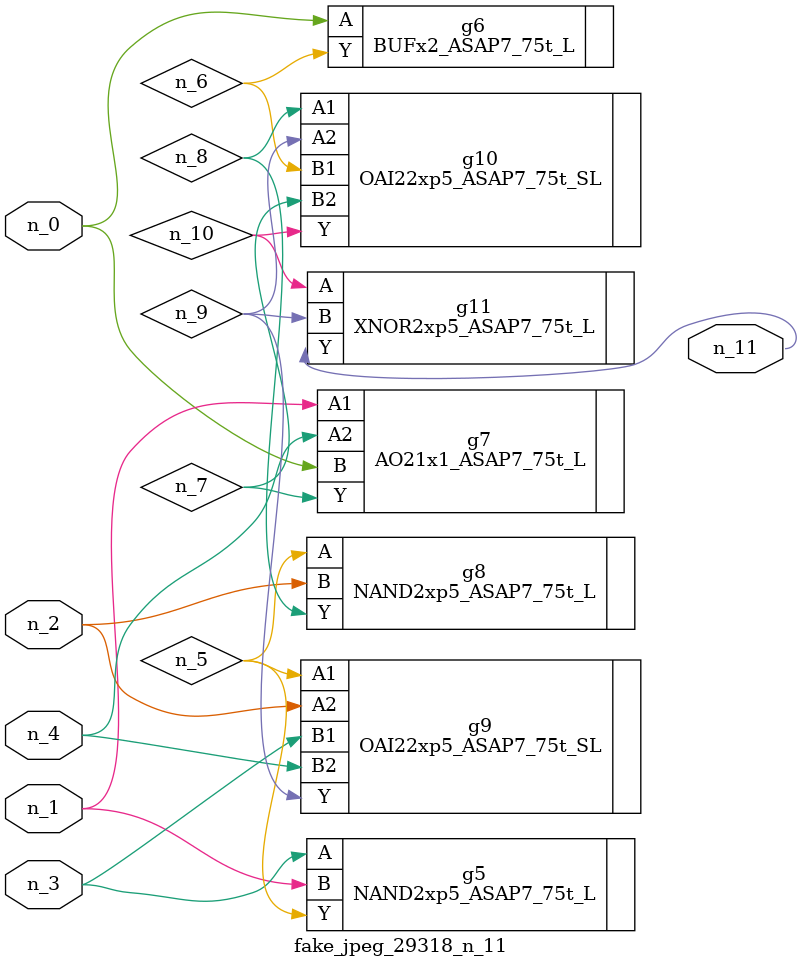
<source format=v>
module fake_jpeg_29318_n_11 (n_3, n_2, n_1, n_0, n_4, n_11);

input n_3;
input n_2;
input n_1;
input n_0;
input n_4;

output n_11;

wire n_10;
wire n_8;
wire n_9;
wire n_6;
wire n_5;
wire n_7;

NAND2xp5_ASAP7_75t_L g5 ( 
.A(n_3),
.B(n_1),
.Y(n_5)
);

BUFx2_ASAP7_75t_L g6 ( 
.A(n_0),
.Y(n_6)
);

AO21x1_ASAP7_75t_L g7 ( 
.A1(n_1),
.A2(n_4),
.B(n_0),
.Y(n_7)
);

NAND2xp5_ASAP7_75t_L g8 ( 
.A(n_5),
.B(n_2),
.Y(n_8)
);

OAI22xp5_ASAP7_75t_SL g10 ( 
.A1(n_8),
.A2(n_9),
.B1(n_6),
.B2(n_7),
.Y(n_10)
);

OAI22xp5_ASAP7_75t_SL g9 ( 
.A1(n_5),
.A2(n_2),
.B1(n_3),
.B2(n_4),
.Y(n_9)
);

XNOR2xp5_ASAP7_75t_L g11 ( 
.A(n_10),
.B(n_9),
.Y(n_11)
);


endmodule
</source>
